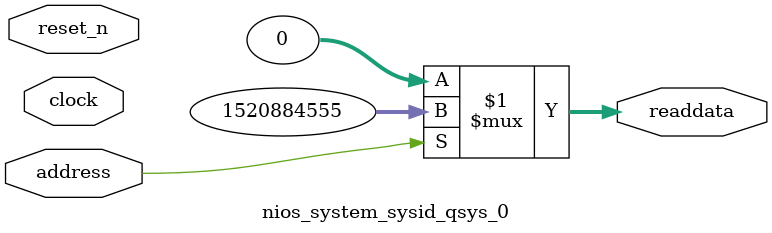
<source format=v>

`timescale 1ns / 1ps
// synthesis translate_on

// turn off superfluous verilog processor warnings 
// altera message_level Level1 
// altera message_off 10034 10035 10036 10037 10230 10240 10030 

module nios_system_sysid_qsys_0 (
               // inputs:
                address,
                clock,
                reset_n,

               // outputs:
                readdata
             )
;

  output  [ 31: 0] readdata;
  input            address;
  input            clock;
  input            reset_n;

  wire    [ 31: 0] readdata;
  //control_slave, which is an e_avalon_slave
  assign readdata = address ? 1520884555 : 0;

endmodule




</source>
